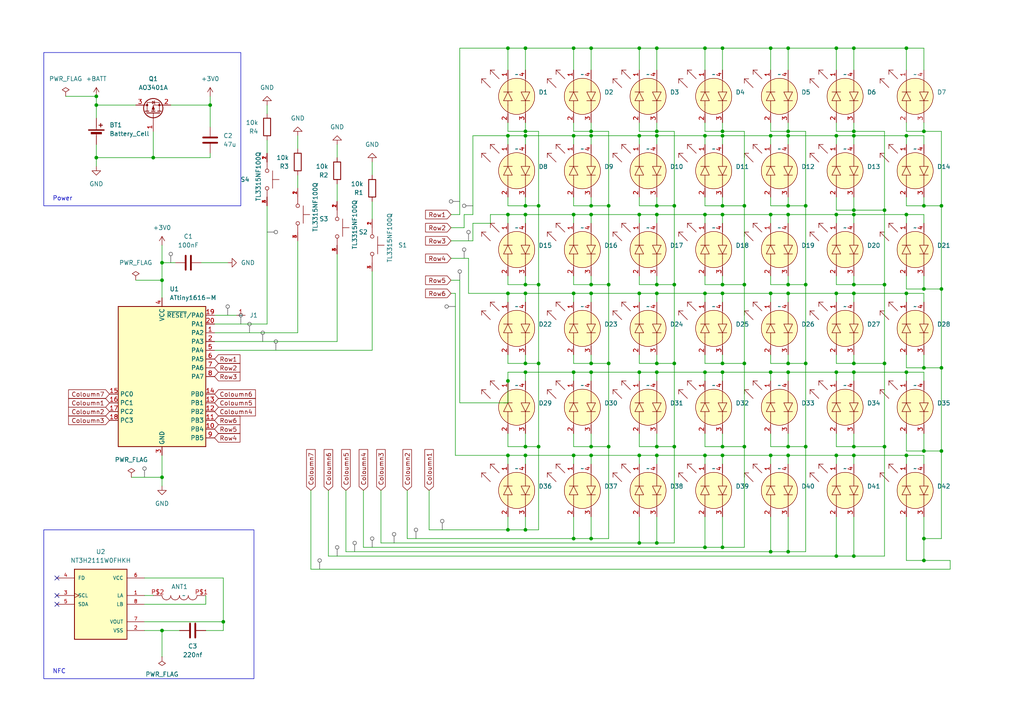
<source format=kicad_sch>
(kicad_sch (version 20230121) (generator eeschema)
  (paper "A4")
  (title_block (title "Business card") (date "2024-02-22") (rev "v1") (comment 1 "Small PCB business card game circuit"))
  (junction (at 209.55 85.09))
  (junction (at 209.55 39.37))
  (junction (at 185.42 157.48))
  (junction (at 247.65 161.29))
  (junction (at 176.53 105.41))
  (junction (at 262.89 132.08))
  (junction (at 147.32 110.49))
  (junction (at 190.5 59.69))
  (junction (at 190.5 107.95))
  (junction (at 273.05 83.82))
  (junction (at 190.5 129.54))
  (junction (at 166.37 107.95))
  (junction (at 273.05 59.69))
  (junction (at 147.32 13.97))
  (junction (at 156.21 129.54))
  (junction (at 152.4 153.67))
  (junction (at 171.45 132.08))
  (junction (at 204.47 85.09))
  (junction (at 262.89 13.97))
  (junction (at 242.57 85.09))
  (junction (at 247.65 107.95))
  (junction (at 147.32 85.09))
  (junction (at 262.89 107.95))
  (junction (at 185.42 13.97))
  (junction (at 190.5 13.97))
  (junction (at 152.4 105.41))
  (junction (at 223.52 62.23))
  (junction (at 242.57 132.08))
  (junction (at 171.45 38.1))
  (junction (at 152.4 38.1))
  (junction (at 233.68 82.55))
  (junction (at 204.47 132.08))
  (junction (at 27.94 27.94))
  (junction (at 46.99 182.88))
  (junction (at 247.65 38.1))
  (junction (at 242.57 39.37))
  (junction (at 233.68 129.54))
  (junction (at 171.45 156.21))
  (junction (at 228.6 132.08))
  (junction (at 228.6 39.37))
  (junction (at 147.32 39.37))
  (junction (at 228.6 38.1))
  (junction (at 242.57 62.23))
  (junction (at 247.65 60.96))
  (junction (at 171.45 39.37))
  (junction (at 152.4 85.09))
  (junction (at 223.52 13.97))
  (junction (at 185.42 85.09))
  (junction (at 215.9 105.41))
  (junction (at 156.21 105.41))
  (junction (at 209.55 82.55))
  (junction (at 209.55 59.69))
  (junction (at 46.99 138.43))
  (junction (at 171.45 82.55))
  (junction (at 190.5 62.23))
  (junction (at 171.45 62.23))
  (junction (at 256.54 82.55))
  (junction (at 190.5 39.37))
  (junction (at 152.4 107.95))
  (junction (at 256.54 105.41))
  (junction (at 166.37 132.08))
  (junction (at 46.99 81.28))
  (junction (at 247.65 13.97))
  (junction (at 267.97 106.68))
  (junction (at 247.65 82.55))
  (junction (at 209.55 107.95))
  (junction (at 242.57 107.95))
  (junction (at 204.47 62.23))
  (junction (at 44.45 45.72))
  (junction (at 171.45 13.97))
  (junction (at 190.5 38.1))
  (junction (at 60.96 30.48))
  (junction (at 209.55 105.41))
  (junction (at 223.52 132.08))
  (junction (at 228.6 85.09))
  (junction (at 147.32 132.08))
  (junction (at 267.97 83.82))
  (junction (at 190.5 105.41))
  (junction (at 147.32 153.67))
  (junction (at 185.42 39.37))
  (junction (at 247.65 39.37))
  (junction (at 152.4 39.37))
  (junction (at 273.05 106.68))
  (junction (at 152.4 82.55))
  (junction (at 233.68 59.69))
  (junction (at 247.65 129.54))
  (junction (at 156.21 82.55))
  (junction (at 171.45 105.41))
  (junction (at 267.97 130.81))
  (junction (at 209.55 38.1))
  (junction (at 223.52 160.02))
  (junction (at 228.6 82.55))
  (junction (at 152.4 132.08))
  (junction (at 228.6 160.02))
  (junction (at 267.97 59.69))
  (junction (at 209.55 129.54))
  (junction (at 166.37 85.09))
  (junction (at 152.4 62.23))
  (junction (at 204.47 107.95))
  (junction (at 185.42 107.95))
  (junction (at 262.89 85.09))
  (junction (at 247.65 132.08))
  (junction (at 46.99 76.2))
  (junction (at 176.53 59.69))
  (junction (at 195.58 105.41))
  (junction (at 166.37 39.37))
  (junction (at 228.6 107.95))
  (junction (at 27.94 45.72))
  (junction (at 262.89 39.37))
  (junction (at 204.47 158.75))
  (junction (at 27.94 30.48))
  (junction (at 267.97 156.21))
  (junction (at 204.47 13.97))
  (junction (at 64.77 180.34))
  (junction (at 209.55 62.23))
  (junction (at 190.5 85.09))
  (junction (at 152.4 129.54))
  (junction (at 267.97 38.1))
  (junction (at 176.53 82.55))
  (junction (at 273.05 130.81))
  (junction (at 190.5 157.48))
  (junction (at 242.57 161.29))
  (junction (at 256.54 129.54))
  (junction (at 262.89 62.23))
  (junction (at 204.47 39.37))
  (junction (at 228.6 13.97))
  (junction (at 190.5 82.55))
  (junction (at 171.45 107.95))
  (junction (at 242.57 13.97))
  (junction (at 185.42 62.23))
  (junction (at 185.42 132.08))
  (junction (at 209.55 158.75))
  (junction (at 166.37 62.23))
  (junction (at 171.45 85.09))
  (junction (at 228.6 129.54))
  (junction (at 195.58 59.69))
  (junction (at 247.65 105.41))
  (junction (at 152.4 59.69))
  (junction (at 166.37 13.97))
  (junction (at 267.97 162.56))
  (junction (at 228.6 59.69))
  (junction (at 195.58 82.55))
  (junction (at 166.37 156.21))
  (junction (at 156.21 59.69))
  (junction (at 223.52 39.37))
  (junction (at 215.9 59.69))
  (junction (at 223.52 85.09))
  (junction (at 247.65 85.09))
  (junction (at 256.54 60.96))
  (junction (at 228.6 62.23))
  (junction (at 215.9 129.54))
  (junction (at 223.52 107.95))
  (junction (at 209.55 13.97))
  (junction (at 171.45 59.69))
  (junction (at 247.65 62.23))
  (junction (at 171.45 129.54))
  (junction (at 152.4 13.97))
  (junction (at 209.55 132.08))
  (junction (at 228.6 105.41))
  (junction (at 195.58 129.54))
  (junction (at 176.53 129.54))
  (junction (at 190.5 132.08))
  (junction (at 147.32 62.23))
  (junction (at 233.68 105.41))
  (junction (at 215.9 82.55))
  (no_connect (at 16.51 175.26))
  (no_connect (at 16.51 172.72))
  (no_connect (at 16.51 167.64))
  (wire (pts (xy 273.05 156.21) (xy 267.97 156.21)))
  (wire (pts (xy 171.45 57.15) (xy 171.45 59.69)))
  (wire (pts (xy 171.45 85.09) (xy 185.42 85.09)))
  (wire (pts (xy 105.41 158.75) (xy 105.41 142.24)))
  (wire (pts (xy 59.69 172.72) (xy 59.69 175.26)))
  (wire (pts (xy 267.97 107.95) (xy 262.89 107.95)))
  (wire (pts (xy 209.55 13.97) (xy 223.52 13.97)))
  (wire (pts (xy 267.97 57.15) (xy 267.97 59.69)))
  (wire (pts (xy 107.95 78.74) (xy 107.95 101.6)))
  (wire (pts (xy 204.47 85.09) (xy 204.47 87.63)))
  (wire (pts (xy 152.4 107.95) (xy 166.37 107.95)))
  (wire (pts (xy 137.16 64.77) (xy 137.16 69.85)))
  (wire (pts (xy 262.89 62.23) (xy 247.65 62.23)))
  (wire (pts (xy 86.36 54.61) (xy 86.36 50.8)))
  (wire (pts (xy 209.55 149.86) (xy 209.55 158.75)))
  (wire (pts (xy 195.58 157.48) (xy 190.5 157.48)))
  (wire (pts (xy 60.96 30.48) (xy 60.96 36.83)))
  (wire (pts (xy 171.45 85.09) (xy 171.45 87.63)))
  (wire (pts (xy 185.42 107.95) (xy 185.42 110.49)))
  (wire (pts (xy 242.57 82.55) (xy 247.65 82.55)))
  (wire (pts (xy 171.45 13.97) (xy 171.45 20.32)))
  (wire (pts (xy 41.91 167.64) (xy 64.77 167.64)))
  (wire (pts (xy 190.5 132.08) (xy 204.47 132.08)))
  (wire (pts (xy 46.99 140.97) (xy 46.99 138.43)))
  (wire (pts (xy 275.59 162.56) (xy 267.97 162.56)))
  (wire (pts (xy 171.45 82.55) (xy 176.53 82.55)))
  (wire (pts (xy 62.23 96.52) (xy 86.36 96.52)))
  (wire (pts (xy 60.96 44.45) (xy 60.96 45.72)))
  (wire (pts (xy 242.57 132.08) (xy 242.57 134.62)))
  (wire (pts (xy 267.97 59.69) (xy 273.05 59.69)))
  (wire (pts (xy 228.6 62.23) (xy 242.57 62.23)))
  (wire (pts (xy 185.42 59.69) (xy 190.5 59.69)))
  (wire (pts (xy 171.45 59.69) (xy 176.53 59.69)))
  (wire (pts (xy 223.52 13.97) (xy 228.6 13.97)))
  (wire (pts (xy 147.32 13.97) (xy 147.32 20.32)))
  (wire (pts (xy 62.23 93.98) (xy 77.47 93.98)))
  (wire (pts (xy 204.47 62.23) (xy 209.55 62.23)))
  (wire (pts (xy 242.57 62.23) (xy 242.57 64.77)))
  (wire (pts (xy 133.35 62.23) (xy 130.81 62.23)))
  (wire (pts (xy 204.47 132.08) (xy 204.47 134.62)))
  (wire (pts (xy 176.53 129.54) (xy 176.53 156.21)))
  (wire (pts (xy 195.58 38.1) (xy 195.58 59.69)))
  (wire (pts (xy 152.4 132.08) (xy 166.37 132.08)))
  (wire (pts (xy 209.55 59.69) (xy 215.9 59.69)))
  (wire (pts (xy 209.55 35.56) (xy 209.55 38.1)))
  (wire (pts (xy 204.47 38.1) (xy 209.55 38.1)))
  (wire (pts (xy 185.42 82.55) (xy 190.5 82.55)))
  (wire (pts (xy 152.4 13.97) (xy 166.37 13.97)))
  (wire (pts (xy 262.89 35.56) (xy 262.89 38.1)))
  (wire (pts (xy 223.52 132.08) (xy 228.6 132.08)))
  (wire (pts (xy 204.47 105.41) (xy 209.55 105.41)))
  (wire (pts (xy 215.9 105.41) (xy 215.9 129.54)))
  (wire (pts (xy 223.52 59.69) (xy 228.6 59.69)))
  (wire (pts (xy 242.57 41.91) (xy 242.57 39.37)))
  (wire (pts (xy 223.52 102.87) (xy 223.52 105.41)))
  (wire (pts (xy 185.42 57.15) (xy 185.42 59.69)))
  (wire (pts (xy 58.42 76.2) (xy 66.04 76.2)))
  (wire (pts (xy 209.55 107.95) (xy 209.55 110.49)))
  (wire (pts (xy 166.37 85.09) (xy 166.37 87.63)))
  (wire (pts (xy 166.37 13.97) (xy 171.45 13.97)))
  (wire (pts (xy 242.57 107.95) (xy 242.57 110.49)))
  (wire (pts (xy 171.45 35.56) (xy 171.45 38.1)))
  (wire (pts (xy 223.52 129.54) (xy 228.6 129.54)))
  (wire (pts (xy 204.47 62.23) (xy 204.47 64.77)))
  (wire (pts (xy 152.4 82.55) (xy 156.21 82.55)))
  (wire (pts (xy 204.47 85.09) (xy 209.55 85.09)))
  (wire (pts (xy 267.97 125.73) (xy 267.97 130.81)))
  (wire (pts (xy 190.5 39.37) (xy 190.5 41.91)))
  (wire (pts (xy 86.36 69.85) (xy 86.36 96.52)))
  (wire (pts (xy 147.32 132.08) (xy 132.08 132.08)))
  (wire (pts (xy 152.4 85.09) (xy 152.4 87.63)))
  (wire (pts (xy 152.4 85.09) (xy 166.37 85.09)))
  (wire (pts (xy 209.55 85.09) (xy 209.55 87.63)))
  (wire (pts (xy 133.35 116.84) (xy 147.32 116.84)))
  (wire (pts (xy 228.6 149.86) (xy 228.6 160.02)))
  (wire (pts (xy 118.11 142.24) (xy 118.11 156.21)))
  (wire (pts (xy 166.37 13.97) (xy 166.37 20.32)))
  (wire (pts (xy 267.97 110.49) (xy 267.97 107.95)))
  (wire (pts (xy 176.53 38.1) (xy 176.53 59.69)))
  (wire (pts (xy 105.41 158.75) (xy 204.47 158.75)))
  (wire (pts (xy 223.52 62.23) (xy 223.52 64.77)))
  (wire (pts (xy 204.47 13.97) (xy 209.55 13.97)))
  (wire (pts (xy 262.89 107.95) (xy 247.65 107.95)))
  (wire (pts (xy 190.5 39.37) (xy 204.47 39.37)))
  (wire (pts (xy 233.68 105.41) (xy 233.68 129.54)))
  (wire (pts (xy 228.6 102.87) (xy 228.6 105.41)))
  (wire (pts (xy 190.5 107.95) (xy 190.5 110.49)))
  (wire (pts (xy 132.08 85.09) (xy 130.81 85.09)))
  (wire (pts (xy 166.37 132.08) (xy 166.37 134.62)))
  (wire (pts (xy 152.4 149.86) (xy 152.4 153.67)))
  (wire (pts (xy 256.54 129.54) (xy 256.54 161.29)))
  (wire (pts (xy 223.52 85.09) (xy 223.52 87.63)))
  (wire (pts (xy 242.57 35.56) (xy 242.57 38.1)))
  (wire (pts (xy 59.69 175.26) (xy 41.91 175.26)))
  (wire (pts (xy 267.97 80.01) (xy 267.97 83.82)))
  (wire (pts (xy 242.57 80.01) (xy 242.57 82.55)))
  (wire (pts (xy 242.57 39.37) (xy 247.65 39.37)))
  (wire (pts (xy 195.58 105.41) (xy 195.58 129.54)))
  (wire (pts (xy 209.55 62.23) (xy 209.55 64.77)))
  (wire (pts (xy 152.4 102.87) (xy 152.4 105.41)))
  (wire (pts (xy 228.6 107.95) (xy 228.6 110.49)))
  (wire (pts (xy 209.55 129.54) (xy 215.9 129.54)))
  (wire (pts (xy 267.97 134.62) (xy 267.97 132.08)))
  (wire (pts (xy 247.65 62.23) (xy 247.65 64.77)))
  (wire (pts (xy 185.42 132.08) (xy 190.5 132.08)))
  (wire (pts (xy 185.42 62.23) (xy 185.42 64.77)))
  (wire (pts (xy 215.9 59.69) (xy 215.9 82.55)))
  (wire (pts (xy 156.21 105.41) (xy 156.21 129.54)))
  (wire (pts (xy 267.97 13.97) (xy 262.89 13.97)))
  (wire (pts (xy 262.89 87.63) (xy 262.89 85.09)))
  (wire (pts (xy 242.57 85.09) (xy 242.57 87.63)))
  (wire (pts (xy 228.6 85.09) (xy 242.57 85.09)))
  (wire (pts (xy 147.32 80.01) (xy 147.32 82.55)))
  (wire (pts (xy 142.24 62.23) (xy 147.32 62.23)))
  (wire (pts (xy 247.65 102.87) (xy 247.65 105.41)))
  (wire (pts (xy 147.32 35.56) (xy 147.32 38.1)))
  (wire (pts (xy 215.9 158.75) (xy 209.55 158.75)))
  (wire (pts (xy 273.05 83.82) (xy 273.05 106.68)))
  (wire (pts (xy 185.42 85.09) (xy 190.5 85.09)))
  (wire (pts (xy 262.89 162.56) (xy 262.89 149.86)))
  (wire (pts (xy 166.37 129.54) (xy 171.45 129.54)))
  (wire (pts (xy 209.55 38.1) (xy 215.9 38.1)))
  (wire (pts (xy 46.99 71.12) (xy 46.99 76.2)))
  (wire (pts (xy 190.5 35.56) (xy 190.5 38.1)))
  (wire (pts (xy 228.6 132.08) (xy 228.6 134.62)))
  (wire (pts (xy 247.65 35.56) (xy 247.65 38.1)))
  (wire (pts (xy 190.5 82.55) (xy 195.58 82.55)))
  (wire (pts (xy 185.42 38.1) (xy 190.5 38.1)))
  (wire (pts (xy 247.65 80.01) (xy 247.65 82.55)))
  (wire (pts (xy 97.79 73.66) (xy 97.79 99.06)))
  (wire (pts (xy 242.57 13.97) (xy 242.57 20.32)))
  (wire (pts (xy 223.52 82.55) (xy 228.6 82.55)))
  (wire (pts (xy 223.52 38.1) (xy 228.6 38.1)))
  (wire (pts (xy 262.89 59.69) (xy 267.97 59.69)))
  (wire (pts (xy 247.65 60.96) (xy 256.54 60.96)))
  (wire (pts (xy 134.62 62.23) (xy 137.16 62.23)))
  (wire (pts (xy 147.32 116.84) (xy 147.32 110.49)))
  (wire (pts (xy 228.6 82.55) (xy 233.68 82.55)))
  (wire (pts (xy 185.42 149.86) (xy 185.42 157.48)))
  (wire (pts (xy 152.4 64.77) (xy 152.4 62.23)))
  (wire (pts (xy 166.37 85.09) (xy 171.45 85.09)))
  (wire (pts (xy 204.47 129.54) (xy 209.55 129.54)))
  (wire (pts (xy 166.37 149.86) (xy 166.37 156.21)))
  (wire (pts (xy 27.94 30.48) (xy 39.37 30.48)))
  (wire (pts (xy 190.5 102.87) (xy 190.5 105.41)))
  (wire (pts (xy 267.97 149.86) (xy 267.97 156.21)))
  (wire (pts (xy 190.5 13.97) (xy 190.5 20.32)))
  (wire (pts (xy 156.21 59.69) (xy 156.21 82.55)))
  (wire (pts (xy 273.05 38.1) (xy 273.05 59.69)))
  (wire (pts (xy 262.89 106.68) (xy 267.97 106.68)))
  (wire (pts (xy 19.05 27.94) (xy 27.94 27.94)))
  (wire (pts (xy 185.42 39.37) (xy 185.42 41.91)))
  (wire (pts (xy 228.6 129.54) (xy 233.68 129.54)))
  (wire (pts (xy 195.58 82.55) (xy 195.58 105.41)))
  (wire (pts (xy 130.81 81.28) (xy 133.35 81.28)))
  (wire (pts (xy 44.45 38.1) (xy 44.45 45.72)))
  (wire (pts (xy 247.65 132.08) (xy 247.65 134.62)))
  (wire (pts (xy 228.6 160.02) (xy 223.52 160.02)))
  (wire (pts (xy 267.97 87.63) (xy 267.97 85.09)))
  (wire (pts (xy 242.57 102.87) (xy 242.57 105.41)))
  (wire (pts (xy 152.4 57.15) (xy 152.4 59.69)))
  (wire (pts (xy 190.5 125.73) (xy 190.5 129.54)))
  (wire (pts (xy 262.89 83.82) (xy 267.97 83.82)))
  (wire (pts (xy 171.45 62.23) (xy 171.45 64.77)))
  (wire (pts (xy 147.32 129.54) (xy 152.4 129.54)))
  (wire (pts (xy 242.57 125.73) (xy 242.57 129.54)))
  (wire (pts (xy 147.32 105.41) (xy 152.4 105.41)))
  (wire (pts (xy 190.5 85.09) (xy 190.5 87.63)))
  (wire (pts (xy 209.55 82.55) (xy 215.9 82.55)))
  (wire (pts (xy 262.89 80.01) (xy 262.89 83.82)))
  (wire (pts (xy 171.45 132.08) (xy 185.42 132.08)))
  (wire (pts (xy 118.11 156.21) (xy 166.37 156.21)))
  (wire (pts (xy 204.47 107.95) (xy 204.47 110.49)))
  (wire (pts (xy 247.65 105.41) (xy 256.54 105.41)))
  (wire (pts (xy 156.21 129.54) (xy 156.21 153.67)))
  (wire (pts (xy 41.91 182.88) (xy 46.99 182.88)))
  (wire (pts (xy 64.77 182.88) (xy 64.77 180.34)))
  (wire (pts (xy 95.25 161.29) (xy 242.57 161.29)))
  (wire (pts (xy 166.37 132.08) (xy 171.45 132.08)))
  (wire (pts (xy 147.32 107.95) (xy 152.4 107.95)))
  (wire (pts (xy 27.94 30.48) (xy 27.94 34.29)))
  (wire (pts (xy 223.52 80.01) (xy 223.52 82.55)))
  (wire (pts (xy 156.21 153.67) (xy 152.4 153.67)))
  (wire (pts (xy 147.32 39.37) (xy 147.32 41.91)))
  (wire (pts (xy 135.89 74.93) (xy 135.89 85.09)))
  (wire (pts (xy 204.47 132.08) (xy 209.55 132.08)))
  (wire (pts (xy 262.89 130.81) (xy 267.97 130.81)))
  (wire (pts (xy 134.62 62.23) (xy 134.62 66.04)))
  (wire (pts (xy 247.65 125.73) (xy 247.65 129.54)))
  (wire (pts (xy 171.45 62.23) (xy 185.42 62.23)))
  (wire (pts (xy 147.32 62.23) (xy 152.4 62.23)))
  (wire (pts (xy 133.35 13.97) (xy 147.32 13.97)))
  (wire (pts (xy 228.6 38.1) (xy 233.68 38.1)))
  (wire (pts (xy 135.89 85.09) (xy 147.32 85.09)))
  (wire (pts (xy 204.47 35.56) (xy 204.47 38.1)))
  (wire (pts (xy 97.79 45.72) (xy 97.79 41.91)))
  (wire (pts (xy 247.65 149.86) (xy 247.65 161.29)))
  (wire (pts (xy 204.47 13.97) (xy 204.47 20.32)))
  (wire (pts (xy 62.23 91.44) (xy 68.58 91.44)))
  (wire (pts (xy 190.5 38.1) (xy 195.58 38.1)))
  (wire (pts (xy 171.45 39.37) (xy 171.45 41.91)))
  (wire (pts (xy 64.77 182.88) (xy 59.69 182.88)))
  (wire (pts (xy 242.57 149.86) (xy 242.57 161.29)))
  (wire (pts (xy 39.37 81.28) (xy 46.99 81.28)))
  (wire (pts (xy 247.65 20.32) (xy 247.65 13.97)))
  (wire (pts (xy 267.97 156.21) (xy 267.97 162.56)))
  (wire (pts (xy 147.32 38.1) (xy 152.4 38.1)))
  (wire (pts (xy 62.23 101.6) (xy 107.95 101.6)))
  (wire (pts (xy 233.68 59.69) (xy 233.68 82.55)))
  (wire (pts (xy 166.37 102.87) (xy 166.37 105.41)))
  (wire (pts (xy 228.6 57.15) (xy 228.6 59.69)))
  (wire (pts (xy 135.89 74.93) (xy 130.81 74.93)))
  (wire (pts (xy 166.37 57.15) (xy 166.37 59.69)))
  (wire (pts (xy 147.32 102.87) (xy 147.32 105.41)))
  (wire (pts (xy 46.99 182.88) (xy 52.07 182.88)))
  (wire (pts (xy 171.45 125.73) (xy 171.45 129.54)))
  (wire (pts (xy 166.37 62.23) (xy 171.45 62.23)))
  (wire (pts (xy 233.68 160.02) (xy 228.6 160.02)))
  (wire (pts (xy 142.24 64.77) (xy 142.24 62.23)))
  (wire (pts (xy 152.4 105.41) (xy 156.21 105.41)))
  (wire (pts (xy 262.89 38.1) (xy 267.97 38.1)))
  (wire (pts (xy 215.9 38.1) (xy 215.9 59.69)))
  (wire (pts (xy 262.89 110.49) (xy 262.89 107.95)))
  (wire (pts (xy 262.89 132.08) (xy 247.65 132.08)))
  (wire (pts (xy 209.55 85.09) (xy 223.52 85.09)))
  (wire (pts (xy 166.37 105.41) (xy 171.45 105.41)))
  (wire (pts (xy 152.4 13.97) (xy 152.4 20.32)))
  (wire (pts (xy 147.32 107.95) (xy 147.32 110.49)))
  (wire (pts (xy 166.37 38.1) (xy 171.45 38.1)))
  (wire (pts (xy 133.35 81.28) (xy 133.35 116.84)))
  (wire (pts (xy 60.96 45.72) (xy 44.45 45.72)))
  (wire (pts (xy 110.49 157.48) (xy 185.42 157.48)))
  (wire (pts (xy 247.65 161.29) (xy 242.57 161.29)))
  (wire (pts (xy 262.89 39.37) (xy 247.65 39.37)))
  (wire (pts (xy 50.8 76.2) (xy 46.99 76.2)))
  (wire (pts (xy 215.9 129.54) (xy 215.9 158.75)))
  (wire (pts (xy 273.05 130.81) (xy 273.05 156.21)))
  (wire (pts (xy 100.33 160.02) (xy 223.52 160.02)))
  (wire (pts (xy 242.57 60.96) (xy 247.65 60.96)))
  (wire (pts (xy 190.5 132.08) (xy 190.5 134.62)))
  (wire (pts (xy 209.55 158.75) (xy 204.47 158.75)))
  (wire (pts (xy 171.45 107.95) (xy 185.42 107.95)))
  (wire (pts (xy 223.52 13.97) (xy 223.52 20.32)))
  (wire (pts (xy 209.55 39.37) (xy 209.55 41.91)))
  (wire (pts (xy 166.37 39.37) (xy 171.45 39.37)))
  (wire (pts (xy 228.6 13.97) (xy 228.6 20.32)))
  (wire (pts (xy 190.5 149.86) (xy 190.5 157.48)))
  (wire (pts (xy 147.32 132.08) (xy 152.4 132.08)))
  (wire (pts (xy 223.52 39.37) (xy 223.52 41.91)))
  (wire (pts (xy 204.47 82.55) (xy 209.55 82.55)))
  (wire (pts (xy 228.6 80.01) (xy 228.6 82.55)))
  (wire (pts (xy 190.5 62.23) (xy 190.5 64.77)))
  (wire (pts (xy 256.54 60.96) (xy 256.54 82.55)))
  (wire (pts (xy 233.68 38.1) (xy 233.68 59.69)))
  (wire (pts (xy 152.4 35.56) (xy 152.4 38.1)))
  (wire (pts (xy 223.52 149.86) (xy 223.52 160.02)))
  (wire (pts (xy 223.52 39.37) (xy 228.6 39.37)))
  (wire (pts (xy 267.97 62.23) (xy 262.89 62.23)))
  (wire (pts (xy 256.54 105.41) (xy 256.54 129.54)))
  (wire (pts (xy 49.53 30.48) (xy 60.96 30.48)))
  (wire (pts (xy 133.35 13.97) (xy 133.35 62.23)))
  (wire (pts (xy 273.05 59.69) (xy 273.05 83.82)))
  (wire (pts (xy 190.5 62.23) (xy 204.47 62.23)))
  (wire (pts (xy 77.47 33.02) (xy 77.47 30.48)))
  (wire (pts (xy 90.17 165.1) (xy 90.17 142.24)))
  (wire (pts (xy 209.55 80.01) (xy 209.55 82.55)))
  (wire (pts (xy 147.32 153.67) (xy 124.46 153.67)))
  (wire (pts (xy 223.52 107.95) (xy 223.52 110.49)))
  (wire (pts (xy 171.45 149.86) (xy 171.45 156.21)))
  (wire (pts (xy 44.45 45.72) (xy 27.94 45.72)))
  (wire (pts (xy 209.55 132.08) (xy 209.55 134.62)))
  (wire (pts (xy 209.55 105.41) (xy 215.9 105.41)))
  (wire (pts (xy 171.45 39.37) (xy 185.42 39.37)))
  (wire (pts (xy 41.91 172.72) (xy 44.45 172.72)))
  (wire (pts (xy 247.65 13.97) (xy 242.57 13.97)))
  (wire (pts (xy 262.89 102.87) (xy 262.89 106.68)))
  (wire (pts (xy 46.99 76.2) (xy 46.99 81.28)))
  (wire (pts (xy 242.57 107.95) (xy 247.65 107.95)))
  (wire (pts (xy 204.47 102.87) (xy 204.47 105.41)))
  (wire (pts (xy 228.6 125.73) (xy 228.6 129.54)))
  (wire (pts (xy 41.91 180.34) (xy 64.77 180.34)))
  (wire (pts (xy 204.47 39.37) (xy 204.47 41.91)))
  (wire (pts (xy 185.42 132.08) (xy 185.42 134.62)))
  (wire (pts (xy 262.89 64.77) (xy 262.89 62.23)))
  (wire (pts (xy 171.45 107.95) (xy 171.45 110.49)))
  (wire (pts (xy 242.57 129.54) (xy 247.65 129.54)))
  (wire (pts (xy 247.65 85.09) (xy 247.65 87.63)))
  (wire (pts (xy 204.47 149.86) (xy 204.47 158.75)))
  (wire (pts (xy 262.89 125.73) (xy 262.89 130.81)))
  (wire (pts (xy 27.94 45.72) (xy 27.94 48.26)))
  (wire (pts (xy 152.4 129.54) (xy 156.21 129.54)))
  (wire (pts (xy 171.45 105.41) (xy 176.53 105.41)))
  (wire (pts (xy 195.58 59.69) (xy 195.58 82.55)))
  (wire (pts (xy 166.37 125.73) (xy 166.37 129.54)))
  (wire (pts (xy 267.97 64.77) (xy 267.97 62.23)))
  (wire (pts (xy 247.65 39.37) (xy 247.65 41.91)))
  (wire (pts (xy 209.55 107.95) (xy 223.52 107.95)))
  (wire (pts (xy 204.47 125.73) (xy 204.47 129.54)))
  (wire (pts (xy 185.42 107.95) (xy 190.5 107.95)))
  (wire (pts (xy 190.5 13.97) (xy 204.47 13.97)))
  (wire (pts (xy 147.32 13.97) (xy 152.4 13.97)))
  (wire (pts (xy 86.36 43.18) (xy 86.36 39.37)))
  (wire (pts (xy 152.4 38.1) (xy 156.21 38.1)))
  (wire (pts (xy 223.52 125.73) (xy 223.52 129.54)))
  (wire (pts (xy 223.52 85.09) (xy 228.6 85.09)))
  (wire (pts (xy 267.97 130.81) (xy 273.05 130.81)))
  (wire (pts (xy 242.57 57.15) (xy 242.57 60.96)))
  (wire (pts (xy 166.37 62.23) (xy 166.37 64.77)))
  (wire (pts (xy 95.25 161.29) (xy 95.25 142.24)))
  (wire (pts (xy 247.65 129.54) (xy 256.54 129.54)))
  (wire (pts (xy 90.17 165.1) (xy 275.59 165.1)))
  (wire (pts (xy 147.32 85.09) (xy 152.4 85.09)))
  (wire (pts (xy 256.54 161.29) (xy 247.65 161.29)))
  (wire (pts (xy 209.55 39.37) (xy 223.52 39.37)))
  (wire (pts (xy 242.57 38.1) (xy 247.65 38.1)))
  (wire (pts (xy 152.4 125.73) (xy 152.4 129.54)))
  (wire (pts (xy 262.89 41.91) (xy 262.89 39.37)))
  (wire (pts (xy 209.55 57.15) (xy 209.55 59.69)))
  (wire (pts (xy 46.99 182.88) (xy 46.99 190.5)))
  (wire (pts (xy 242.57 105.41) (xy 247.65 105.41)))
  (wire (pts (xy 190.5 80.01) (xy 190.5 82.55)))
  (wire (pts (xy 152.4 153.67) (xy 147.32 153.67)))
  (wire (pts (xy 204.47 39.37) (xy 209.55 39.37)))
  (wire (pts (xy 176.53 59.69) (xy 176.53 82.55)))
  (wire (pts (xy 166.37 107.95) (xy 171.45 107.95)))
  (wire (pts (xy 46.99 81.28) (xy 46.99 86.36)))
  (wire (pts (xy 132.08 132.08) (xy 132.08 85.09)))
  (wire (pts (xy 267.97 39.37) (xy 262.89 39.37)))
  (wire (pts (xy 267.97 102.87) (xy 267.97 106.68)))
  (wire (pts (xy 190.5 105.41) (xy 195.58 105.41)))
  (wire (pts (xy 147.32 62.23) (xy 147.32 64.77)))
  (wire (pts (xy 190.5 85.09) (xy 204.47 85.09)))
  (wire (pts (xy 171.45 102.87) (xy 171.45 105.41)))
  (wire (pts (xy 60.96 27.94) (xy 60.96 30.48)))
  (wire (pts (xy 262.89 85.09) (xy 247.65 85.09)))
  (wire (pts (xy 267.97 38.1) (xy 273.05 38.1)))
  (wire (pts (xy 185.42 39.37) (xy 190.5 39.37)))
  (wire (pts (xy 152.4 39.37) (xy 152.4 41.91)))
  (wire (pts (xy 228.6 85.09) (xy 228.6 87.63)))
  (wire (pts (xy 137.16 62.23) (xy 137.16 39.37)))
  (wire (pts (xy 247.65 82.55) (xy 256.54 82.55)))
  (wire (pts (xy 242.57 132.08) (xy 247.65 132.08)))
  (wire (pts (xy 147.32 39.37) (xy 152.4 39.37)))
  (wire (pts (xy 134.62 66.04) (xy 130.81 66.04)))
  (wire (pts (xy 156.21 82.55) (xy 156.21 105.41)))
  (wire (pts (xy 204.47 57.15) (xy 204.47 59.69)))
  (wire (pts (xy 171.45 80.01) (xy 171.45 82.55)))
  (wire (pts (xy 185.42 125.73) (xy 185.42 129.54)))
  (wire (pts (xy 166.37 39.37) (xy 166.37 41.91)))
  (wire (pts (xy 204.47 107.95) (xy 209.55 107.95)))
  (wire (pts (xy 185.42 13.97) (xy 185.42 20.32)))
  (wire (pts (xy 190.5 107.95) (xy 204.47 107.95)))
  (wire (pts (xy 110.49 157.48) (xy 110.49 142.24)))
  (wire (pts (xy 267.97 83.82) (xy 273.05 83.82)))
  (wire (pts (xy 228.6 62.23) (xy 228.6 64.77)))
  (wire (pts (xy 152.4 62.23) (xy 166.37 62.23)))
  (wire (pts (xy 228.6 39.37) (xy 242.57 39.37)))
  (wire (pts (xy 228.6 35.56) (xy 228.6 38.1)))
  (wire (pts (xy 171.45 129.54) (xy 176.53 129.54)))
  (wire (pts (xy 77.47 44.45) (xy 77.47 40.64)))
  (wire (pts (xy 195.58 129.54) (xy 195.58 157.48)))
  (wire (pts (xy 267.97 132.08) (xy 262.89 132.08)))
  (wire (pts (xy 166.37 107.95) (xy 166.37 110.49)))
  (wire (pts (xy 185.42 105.41) (xy 190.5 105.41)))
  (wire (pts (xy 228.6 105.41) (xy 233.68 105.41)))
  (wire (pts (xy 147.32 59.69) (xy 152.4 59.69)))
  (wire (pts (xy 166.37 80.01) (xy 166.37 82.55)))
  (wire (pts (xy 247.65 107.95) (xy 247.65 110.49)))
  (wire (pts (xy 267.97 20.32) (xy 267.97 13.97)))
  (wire (pts (xy 233.68 129.54) (xy 233.68 160.02)))
  (wire (pts (xy 137.16 64.77) (xy 142.24 64.77)))
  (wire (pts (xy 147.32 149.86) (xy 147.32 153.67)))
  (wire (pts (xy 171.45 13.97) (xy 185.42 13.97)))
  (wire (pts (xy 185.42 35.56) (xy 185.42 38.1)))
  (wire (pts (xy 147.32 85.09) (xy 147.32 87.63)))
  (wire (pts (xy 233.68 82.55) (xy 233.68 105.41)))
  (wire (pts (xy 228.6 132.08) (xy 242.57 132.08)))
  (wire (pts (xy 190.5 59.69) (xy 195.58 59.69)))
  (wire (pts (xy 262.89 20.32) (xy 262.89 13.97)))
  (wire (pts (xy 209.55 20.32) (xy 209.55 13.97)))
  (wire (pts (xy 223.52 107.95) (xy 228.6 107.95)))
  (wire (pts (xy 256.54 82.55) (xy 256.54 105.41)))
  (wire (pts (xy 209.55 62.23) (xy 223.52 62.23)))
  (wire (pts (xy 152.4 132.08) (xy 152.4 134.62)))
  (wire (pts (xy 190.5 129.54) (xy 195.58 129.54)))
  (wire (pts (xy 242.57 62.23) (xy 247.65 62.23)))
  (wire (pts (xy 267.97 41.91) (xy 267.97 39.37)))
  (wire (pts (xy 223.52 35.56) (xy 223.52 38.1)))
  (wire (pts (xy 228.6 39.37) (xy 228.6 41.91)))
  (wire (pts (xy 228.6 59.69) (xy 233.68 59.69)))
  (wire (pts (xy 223.52 62.23) (xy 228.6 62.23)))
  (wire (pts (xy 262.89 57.15) (xy 262.89 59.69)))
  (wire (pts (xy 176.53 82.55) (xy 176.53 105.41)))
  (wire (pts (xy 147.32 82.55) (xy 152.4 82.55)))
  (wire (pts (xy 38.1 138.43) (xy 46.99 138.43)))
  (wire (pts (xy 256.54 38.1) (xy 256.54 60.96)))
  (wire (pts (xy 247.65 38.1) (xy 256.54 38.1)))
  (wire (pts (xy 147.32 132.08) (xy 147.32 134.62)))
  (wire (pts (xy 152.4 107.95) (xy 152.4 110.49)))
  (wire (pts (xy 247.65 57.15) (xy 247.65 60.96)))
  (wire (pts (xy 100.33 160.02) (xy 100.33 142.24)))
  (wire (pts (xy 171.45 156.21) (xy 166.37 156.21)))
  (wire (pts (xy 267.97 106.68) (xy 273.05 106.68)))
  (wire (pts (xy 190.5 157.48) (xy 185.42 157.48)))
  (wire (pts (xy 215.9 82.55) (xy 215.9 105.41)))
  (wire (pts (xy 166.37 59.69) (xy 171.45 59.69)))
  (wire (pts (xy 147.32 57.15) (xy 147.32 59.69)))
  (wire (pts (xy 107.95 50.8) (xy 107.95 46.99)))
  (wire (pts (xy 190.5 57.15) (xy 190.5 59.69)))
  (wire (pts (xy 137.16 39.37) (xy 147.32 39.37)))
  (wire (pts (xy 204.47 80.01) (xy 204.47 82.55)))
  (wire (pts (xy 107.95 63.5) (xy 107.95 58.42)))
  (wire (pts (xy 176.53 105.41) (xy 176.53 129.54)))
  (wire (pts (xy 262.89 162.56) (xy 267.97 162.56)))
  (wire (pts (xy 152.4 39.37) (xy 166.37 39.37)))
  (wire (pts (xy 171.45 38.1) (xy 176.53 38.1)))
  (wire (pts (xy 166.37 35.56) (xy 166.37 38.1)))
  (wire (pts (xy 137.16 69.85) (xy 130.81 69.85)))
  (wire (pts (xy 152.4 80.01) (xy 152.4 82.55)))
  (wire (pts (xy 77.47 59.69) (xy 77.47 93.98)))
  (wire (pts (xy 64.77 167.64) (xy 64.77 180.34)))
  (wire (pts (xy 185.42 129.54) (xy 190.5 129.54)))
  (wire (pts (xy 176.53 156.21) (xy 171.45 156.21)))
  (wire (pts (xy 171.45 132.08) (xy 171.45 134.62)))
  (wire (pts (xy 209.55 125.73) (xy 209.55 129.54)))
  (wire (pts (xy 275.59 162.56) (xy 275.59 165.1)))
  (wire (pts (xy 262.89 13.97) (xy 247.65 13.97)))
  (wire (pts (xy 223.52 132.08) (xy 223.52 134.62)))
  (wire (pts (xy 242.57 85.09) (xy 247.65 85.09)))
  (wire (pts (xy 185.42 13.97) (xy 190.5 13.97)))
  (wire (pts (xy 185.42 80.01) (xy 185.42 82.55)))
  (wire (pts (xy 273.05 106.68) (xy 273.05 130.81)))
  (wire (pts (xy 228.6 13.97) (xy 242.57 13.97)))
  (wire (pts (xy 152.4 59.69) (xy 156.21 59.69)))
  (wire (pts (xy 97.79 58.42) (xy 97.79 53.34)))
  (wire (pts (xy 223.52 105.41) (xy 228.6 105.41)))
  (wire (pts (xy 267.97 35.56) (xy 267.97 38.1)))
  (wire (pts (xy 27.94 27.94) (xy 27.94 30.48)))
  (wire (pts (xy 124.46 142.24) (xy 124.46 153.67)))
  (wire (pts (xy 27.94 41.91) (xy 27.94 45.72)))
  (wire (pts (xy 262.89 134.62) (xy 262.89 132.08)))
  (wire (pts (xy 147.32 125.73) (xy 147.32 129.54)))
  (wire (pts (xy 223.52 57.15) (xy 223.52 59.69)))
  (wire (pts (xy 228.6 107.95) (xy 242.57 107.95)))
  (wire (pts (xy 185.42 62.23) (xy 190.5 62.23)))
  (wire (pts (xy 156.21 38.1) (xy 156.21 59.69)))
  (wire (pts (xy 185.42 85.09) (xy 185.42 87.63)))
  (wire (pts (xy 166.37 82.55) (xy 171.45 82.55)))
  (wire (pts (xy 62.23 99.06) (xy 97.79 99.06)))
  (wire (pts (xy 209.55 132.08) (xy 223.52 132.08)))
  (wire (pts (xy 267.97 85.09) (xy 262.89 85.09)))
  (wire (pts (xy 46.99 138.43) (xy 46.99 132.08)))
  (wire (pts (xy 185.42 102.87) (xy 185.42 105.41)))
  (wire (pts (xy 204.47 59.69) (xy 209.55 59.69)))
  (wire (pts (xy 209.55 102.87) (xy 209.55 105.41)))
  (rectangle (start 12.7 153.67) (end 73.66 196.85))
  (rectangle (start 12.7 15.24) (end 69.85 59.69))
  (text "Power" (at 15.24 58.42 0) (effects (font (size 1.27 1.27)) (justify left bottom)))
  (text "NFC" (at 15.24 195.58 0) (effects (font (size 1.27 1.27)) (justify left bottom)))
  (global_label "Row1" (shape input) (at 130.81 62.23 180) (property "Intersheetrefs" "${INTERSHEET_REFS}" (effects hide)))
  (global_label "Row3" (shape input) (at 62.23 109.22 0) (property "Intersheetrefs" "${INTERSHEET_REFS}" (effects hide)))
  (global_label "Coloumn4" (shape input) (at 62.23 119.38 0) (property "Intersheetrefs" "${INTERSHEET_REFS}" (effects hide)))
  (global_label "Row3" (shape input) (at 130.81 69.85 180) (property "Intersheetrefs" "${INTERSHEET_REFS}" (effects hide)))
  (global_label "Coloumn7" (shape input) (at 31.75 114.3 180) (property "Intersheetrefs" "${INTERSHEET_REFS}" (effects hide)))
  (global_label "Coloumn1" (shape input) (at 124.46 142.24 90) (property "Intersheetrefs" "${INTERSHEET_REFS}" (effects hide)))
  (global_label "Coloumn2" (shape input) (at 118.11 142.24 90) (property "Intersheetrefs" "${INTERSHEET_REFS}" (effects hide)))
  (global_label "Row4" (shape input) (at 130.81 74.93 180) (property "Intersheetrefs" "${INTERSHEET_REFS}" (effects hide)))
  (global_label "Row5" (shape input) (at 130.81 81.28 180) (property "Intersheetrefs" "${INTERSHEET_REFS}" (effects hide)))
  (global_label "Coloumn7" (shape input) (at 90.17 142.24 90) (property "Intersheetrefs" "${INTERSHEET_REFS}" (effects hide)))
  (global_label "Coloumn1" (shape input) (at 31.75 116.84 180) (property "Intersheetrefs" "${INTERSHEET_REFS}" (effects hide)))
  (global_label "Coloumn5" (shape input) (at 100.33 142.24 90) (property "Intersheetrefs" "${INTERSHEET_REFS}" (effects hide)))
  (global_label "Coloumn2" (shape input) (at 31.75 119.38 180) (property "Intersheetrefs" "${INTERSHEET_REFS}" (effects hide)))
  (global_label "Coloumn4" (shape input) (at 105.41 142.24 90) (property "Intersheetrefs" "${INTERSHEET_REFS}" (effects hide)))
  (global_label "Row5" (shape input) (at 62.23 124.46 0) (property "Intersheetrefs" "${INTERSHEET_REFS}" (effects hide)))
  (global_label "Row1" (shape input) (at 62.23 104.14 0) (property "Intersheetrefs" "${INTERSHEET_REFS}" (effects hide)))
  (global_label "Coloumn3" (shape input) (at 110.49 142.24 90) (property "Intersheetrefs" "${INTERSHEET_REFS}" (effects hide)))
  (global_label "Coloumn6" (shape input) (at 62.23 114.3 0) (property "Intersheetrefs" "${INTERSHEET_REFS}" (effects hide)))
  (global_label "Coloumn5" (shape input) (at 62.23 116.84 0) (property "Intersheetrefs" "${INTERSHEET_REFS}" (effects hide)))
  (global_label "Row2" (shape input) (at 62.23 106.68 0) (property "Intersheetrefs" "${INTERSHEET_REFS}" (effects hide)))
  (global_label "Row6" (shape input) (at 62.23 121.92 0) (property "Intersheetrefs" "${INTERSHEET_REFS}" (effects hide)))
  (global_label "Row2" (shape input) (at 130.81 66.04 180) (property "Intersheetrefs" "${INTERSHEET_REFS}" (effects hide)))
  (global_label "Row6" (shape input) (at 130.81 85.09 180) (property "Intersheetrefs" "${INTERSHEET_REFS}" (effects hide)))
  (global_label "Coloumn6" (shape input) (at 95.25 142.24 90) (property "Intersheetrefs" "${INTERSHEET_REFS}" (effects hide)))
  (global_label "Coloumn3" (shape input) (at 31.75 121.92 180) (property "Intersheetrefs" "${INTERSHEET_REFS}" (effects hide)))
  (global_label "Row4" (shape input) (at 62.23 127 0) (property "Intersheetrefs" "${INTERSHEET_REFS}" (effects hide)))
  (netclass_flag "" (length 2.54) (shape round) (at 92.71 165.1 0) (property "Netclass" "ATtiny1616" (effects hide)))
  (netclass_flag "" (length 2.54) (shape round) (at 72.3684 96.52 0) (property "Netclass" "ATtiny1616" (effects hide)))
  (netclass_flag "" (length 2.54) (shape round) (at 49.53 76.2 0) (property "Netclass" "ATtiny1616" (effects hide)))
  (netclass_flag "" (length 2.54) (shape round) (at 134.62 74.93 0) (property "Netclass" "ATtiny1616" (effects hide)))
  (netclass_flag "" (length 2.54) (shape round) (at 102.87 160.02 0) (property "Netclass" "ATtiny1616" (effects hide)))
  (netclass_flag "" (length 2.54) (shape round) (at 137.16 59.69 90) (property "Netclass" "ATtiny1616" (effects hide)))
  (netclass_flag "" (length 2.54) (shape round) (at 77.47 67.31 270) (property "Netclass" "ATtiny1616" (effects hide)))
  (netclass_flag "" (length 2.54) (shape round) (at 120.65 156.21 0) (property "Netclass" "ATtiny1616" (effects hide)))
  (netclass_flag "" (length 2.54) (shape round) (at 128.27 153.67 0) (property "Netclass" "ATtiny1616" (effects hide)))
  (netclass_flag "" (length 2.54) (shape round) (at 132.08 88.9 90) (property "Netclass" "ATtiny1616" (effects hide)))
  (netclass_flag "" (length 2.54) (shape round) (at 133.35 81.28 0) (property "Netclass" "ATtiny1616" (effects hide)))
  (netclass_flag "" (length 2.54) (shape round) (at 107.95 158.75 0) (property "Netclass" "ATtiny1616" (effects hide)))
  (netclass_flag "" (length 2.54) (shape round) (at 114.3 157.48 0) (property "Netclass" "ATtiny1616" (effects hide)))
  (netclass_flag "" (length 2.54) (shape round) (at 135.89 69.85 0) (property "Netclass" "ATtiny1616" (effects hide)))
  (netclass_flag "" (length 2.54) (shape round) (at 133.35 58.42 90) (property "Netclass" "ATtiny1616" (effects hide)))
  (netclass_flag "" (length 2.54) (shape round) (at 76.2 99.06 0) (property "Netclass" "ATtiny1616" (effects hide)))
  (netclass_flag "" (length 2.54) (shape round) (at 41.91 138.43 0) (property "Netclass" "ATtiny1616" (effects hide)))
  (netclass_flag "" (length 2.54) (shape round) (at 97.79 161.29 0) (property "Netclass" "ATtiny1616" (effects hide)))
  (netclass_flag "" (length 2.54) (shape round) (at 69.85 93.98 0) (property "Netclass" "ATtiny1616" (effects hide)))
  (netclass_flag "" (length 2.54) (shape round) (at 80.01 101.6 0) (property "Netclass" "ATtiny1616" (effects hide)))
  (netclass_flag "" (length 2.54) (shape round) (at 66.04 91.44 0) (property "Netclass" "ATtiny1616" (effects hide)))
  (symbol (lib_id "power:GND") (at 66.04 76.2 90) (unit 1)
    (property "Reference" "#PWR04" (effects hide))
    (property "Value" "GND" (at 69.85 76.2 90) (effects (justify right)))
  )
  (symbol (lib_id "LED_Xinglight:XL-1615SURSYGC") (at 245.11 49.53 0) (unit 1)
    (property "Reference" "D13" (at 251.46 48.3381 0) (effects (justify left)))
    (property "Value" "~" (at 245.11 43.18 0))
    (property "Footprint" "Library:XL-1615SURSYGC_LED" (effects hide))
    (property "Datasheet" "https://jlcpcb.com/partdetail/Xinglight-XL1615SURSYGC/C965838" (effects hide))
  )
  (symbol (lib_id "LED_Xinglight:XL-1615SURSYGC") (at 265.43 27.94 0) (unit 1)
    (property "Reference" "D7" (at 271.78 26.7481 0) (effects (justify left)))
    (property "Value" "~" (at 265.43 21.59 0))
    (property "Footprint" "Library:XL-1615SURSYGC_LED" (effects hide))
    (property "Datasheet" "https://jlcpcb.com/partdetail/Xinglight-XL1615SURSYGC/C965838" (effects hide))
  )
  (symbol (lib_id "LED_Xinglight:XL-1615SURSYGC") (at 149.86 72.39 0) (unit 1)
    (property "Reference" "D15" (at 156.21 71.1981 0) (effects (justify left)))
    (property "Value" "~" (at 149.86 66.04 0))
    (property "Footprint" "Library:XL-1615SURSYGC_LED" (effects hide))
    (property "Datasheet" "https://jlcpcb.com/partdetail/Xinglight-XL1615SURSYGC/C965838" (effects hide))
  )
  (symbol (lib_id "power:PWR_FLAG") (at 46.99 190.5 180) (unit 1)
    (property "Reference" "#FLG04" (effects hide))
    (property "Value" "PWR_FLAG" (at 46.99 195.58 0))
  )
  (symbol (lib_id "LED_Xinglight:XL-1615SURSYGC") (at 149.86 118.11 0) (unit 1)
    (property "Reference" "D29" (at 156.21 116.9181 0) (effects (justify left)))
    (property "Value" "~" (at 149.86 111.76 0))
    (property "Footprint" "Library:XL-1615SURSYGC_LED" (effects hide))
    (property "Datasheet" "https://jlcpcb.com/partdetail/Xinglight-XL1615SURSYGC/C965838" (effects hide))
  )
  (symbol (lib_id "LED_Xinglight:XL-1615SURSYGC") (at 187.96 72.39 0) (unit 1)
    (property "Reference" "D17" (at 194.31 71.1981 0) (effects (justify left)))
    (property "Value" "~" (at 187.96 66.04 0))
    (property "Footprint" "Library:XL-1615SURSYGC_LED" (effects hide))
    (property "Datasheet" "https://jlcpcb.com/partdetail/Xinglight-XL1615SURSYGC/C965838" (effects hide))
  )
  (symbol (lib_id "LED_Xinglight:XL-1615SURSYGC") (at 207.01 49.53 0) (unit 1)
    (property "Reference" "D11" (at 213.36 48.3381 0) (effects (justify left)))
    (property "Value" "~" (at 207.01 43.18 0))
    (property "Footprint" "Library:XL-1615SURSYGC_LED" (effects hide))
    (property "Datasheet" "https://jlcpcb.com/partdetail/Xinglight-XL1615SURSYGC/C965838" (effects hide))
  )
  (symbol (lib_id "power:PWR_FLAG") (at 38.1 138.43 0) (unit 1)
    (property "Reference" "#FLG03" (effects hide))
    (property "Value" "PWR_FLAG" (at 38.1 133.35 0))
  )
  (symbol (lib_id "Device:C") (at 54.61 76.2 270) (unit 1)
    (property "Reference" "C1" (at 54.61 68.58 90))
    (property "Value" "100nF" (at 54.61 71.12 90))
    (property "Footprint" "Capacitor_SMD:C_0603_1608Metric" (effects hide))
  )
  (symbol (lib_id "LED_Xinglight:XL-1615SURSYGC") (at 168.91 72.39 0) (unit 1)
    (property "Reference" "D16" (at 175.26 71.1981 0) (effects (justify left)))
    (property "Value" "~" (at 168.91 66.04 0))
    (property "Footprint" "Library:XL-1615SURSYGC_LED" (effects hide))
    (property "Datasheet" "https://jlcpcb.com/partdetail/Xinglight-XL1615SURSYGC/C965838" (effects hide))
  )
  (symbol (lib_id "LED_Xinglight:XL-1615SURSYGC") (at 168.91 95.25 0) (unit 1)
    (property "Reference" "D23" (at 175.26 94.0581 0) (effects (justify left)))
    (property "Value" "~" (at 168.91 88.9 0))
    (property "Footprint" "Library:XL-1615SURSYGC_LED" (effects hide))
    (property "Datasheet" "https://jlcpcb.com/partdetail/Xinglight-XL1615SURSYGC/C965838" (effects hide))
  )
  (symbol (lib_id "LED_Xinglight:XL-1615SURSYGC") (at 187.96 95.25 0) (unit 1)
    (property "Reference" "D24" (at 194.31 94.0581 0) (effects (justify left)))
    (property "Value" "~" (at 187.96 88.9 0))
    (property "Footprint" "Library:XL-1615SURSYGC_LED" (effects hide))
    (property "Datasheet" "https://jlcpcb.com/partdetail/Xinglight-XL1615SURSYGC/C965838" (effects hide))
  )
  (symbol (lib_id "power:GND") (at 77.47 30.48 180) (unit 1)
    (property "Reference" "#PWR010" (effects hide))
    (property "Value" "GND" (at 77.47 25.4 0))
  )
  (symbol (lib_id "LED_Xinglight:XL-1615SURSYGC") (at 168.91 142.24 0) (unit 1)
    (property "Reference" "D37" (at 175.26 141.0481 0) (effects (justify left)))
    (property "Value" "~" (at 168.91 135.89 0))
    (property "Footprint" "Library:XL-1615SURSYGC_LED" (effects hide))
    (property "Datasheet" "https://jlcpcb.com/partdetail/Xinglight-XL1615SURSYGC/C965838" (effects hide))
  )
  (symbol (lib_id "Device:R") (at 97.79 49.53 180) (unit 1)
    (property "Reference" "R2" (at 95.25 50.8 0) (effects (justify left)))
    (property "Value" "10k" (at 95.25 48.26 0) (effects (justify left)))
    (property "Footprint" "Resistor_SMD:R_0603_1608Metric" (effects hide))
  )
  (symbol (lib_id "LED_Xinglight:XL-1615SURSYGC") (at 187.96 118.11 0) (unit 1)
    (property "Reference" "D31" (at 194.31 116.9181 0) (effects (justify left)))
    (property "Value" "~" (at 187.96 111.76 0))
    (property "Footprint" "Library:XL-1615SURSYGC_LED" (effects hide))
    (property "Datasheet" "https://jlcpcb.com/partdetail/Xinglight-XL1615SURSYGC/C965838" (effects hide))
  )
  (symbol (lib_id "LED_Xinglight:XL-1615SURSYGC") (at 149.86 142.24 0) (unit 1)
    (property "Reference" "D36" (at 156.21 141.0481 0) (effects (justify left)))
    (property "Value" "~" (at 149.86 135.89 0))
    (property "Footprint" "Library:XL-1615SURSYGC_LED" (effects hide))
    (property "Datasheet" "https://jlcpcb.com/partdetail/Xinglight-XL1615SURSYGC/C965838" (effects hide))
  )
  (symbol (lib_id "power:GND") (at 46.99 140.97 0) (unit 1)
    (property "Reference" "#PWR06" (effects hide))
    (property "Value" "GND" (at 46.99 146.05 0))
  )
  (symbol (lib_name "Prog_1") (lib_id "Program_Pad:Prog") (at 69.85 91.44 180) (unit 1)
    (property "Reference" "J1" (at 72.39 91.44 0) (effects (justify right)))
    (property "Value" "~" (at 69.85 91.44 0))
    (property "Footprint" "Library:Progam_Pad" (effects hide))
  )
  (symbol (lib_id "LED_Xinglight:XL-1615SURSYGC") (at 226.06 118.11 0) (unit 1)
    (property "Reference" "D33" (at 232.41 116.9181 0) (effects (justify left)))
    (property "Value" "~" (at 226.06 111.76 0))
    (property "Footprint" "Library:XL-1615SURSYGC_LED" (effects hide))
    (property "Datasheet" "https://jlcpcb.com/partdetail/Xinglight-XL1615SURSYGC/C965838" (effects hide))
  )
  (symbol (lib_id "power:+3V0") (at 60.96 27.94 0) (unit 1)
    (property "Reference" "#PWR02" (effects hide))
    (property "Value" "+3V0" (at 60.96 22.86 0))
  )
  (symbol (lib_id "LED_Xinglight:XL-1615SURSYGC") (at 226.06 95.25 0) (unit 1)
    (property "Reference" "D26" (at 232.41 94.0581 0) (effects (justify left)))
    (property "Value" "~" (at 226.06 88.9 0))
    (property "Footprint" "Library:XL-1615SURSYGC_LED" (effects hide))
    (property "Datasheet" "https://jlcpcb.com/partdetail/Xinglight-XL1615SURSYGC/C965838" (effects hide))
  )
  (symbol (lib_id "LED_Xinglight:XL-1615SURSYGC") (at 207.01 142.24 0) (unit 1)
    (property "Reference" "D39" (at 213.36 141.0481 0) (effects (justify left)))
    (property "Value" "~" (at 207.01 135.89 0))
    (property "Footprint" "Library:XL-1615SURSYGC_LED" (effects hide))
    (property "Datasheet" "https://jlcpcb.com/partdetail/Xinglight-XL1615SURSYGC/C965838" (effects hide))
  )
  (symbol (lib_id "LED_Xinglight:XL-1615SURSYGC") (at 265.43 72.39 0) (unit 1)
    (property "Reference" "D21" (at 271.78 71.1981 0) (effects (justify left)))
    (property "Value" "~" (at 265.43 66.04 0))
    (property "Footprint" "Library:XL-1615SURSYGC_LED" (effects hide))
    (property "Datasheet" "https://jlcpcb.com/partdetail/Xinglight-XL1615SURSYGC/C965838" (effects hide))
  )
  (symbol (lib_id "LED_Xinglight:XL-1615SURSYGC") (at 265.43 49.53 0) (unit 1)
    (property "Reference" "D14" (at 271.78 48.3381 0) (effects (justify left)))
    (property "Value" "~" (at 265.43 43.18 0))
    (property "Footprint" "Library:XL-1615SURSYGC_LED" (effects hide))
    (property "Datasheet" "https://jlcpcb.com/partdetail/Xinglight-XL1615SURSYGC/C965838" (effects hide))
  )
  (symbol (lib_id "Device:C") (at 55.88 182.88 270) (unit 1)
    (property "Reference" "C3" (at 55.88 186.69 90) (effects (justify top)))
    (property "Value" "220nf" (at 55.88 189.23 90) (effects (justify top)))
    (property "Footprint" "Capacitor_SMD:C_0603_1608Metric" (effects hide))
  )
  (symbol (lib_id "Device:R") (at 107.95 54.61 180) (unit 1)
    (property "Reference" "R1" (at 105.41 55.88 0) (effects (justify left)))
    (property "Value" "10k" (at 105.41 53.34 0) (effects (justify left)))
    (property "Footprint" "Resistor_SMD:R_0603_1608Metric" (effects hide))
  )
  (symbol (lib_id "LED_Xinglight:XL-1615SURSYGC") (at 207.01 95.25 0) (unit 1)
    (property "Reference" "D25" (at 213.36 94.0581 0) (effects (justify left)))
    (property "Value" "~" (at 207.01 88.9 0))
    (property "Footprint" "Library:XL-1615SURSYGC_LED" (effects hide))
    (property "Datasheet" "https://jlcpcb.com/partdetail/Xinglight-XL1615SURSYGC/C965838" (effects hide))
  )
  (symbol (lib_id "Transistor_FET:AO3401A") (at 44.45 33.02 90) (unit 1)
    (property "Reference" "Q1" (at 44.45 22.86 90))
    (property "Value" "AO3401A" (at 44.45 25.4 90))
    (property "Footprint" "Package_TO_SOT_SMD:SOT-23" (effects hide))
    (property "Datasheet" "http://www.aosmd.com/pdfs/datasheet/AO3401A.pdf" (effects hide))
    (property "PN" "C15127" (effects hide))
    (property "LCSC" "C15127" (effects hide))
    (property "LCSC Part #" "C15127" (effects hide))
    (property "'JLCPCB Rotation Offset" "180" (effects hide))
  )
  (symbol (lib_id "TL3315NF100Q:TL3315NF100Q") (at 107.95 71.12 270) (unit 1)
    (property "Reference" "S1" (at 118.11 71.12 90) (effects (justify right)))
    (property "Value" "TL3315NF100Q" (at 113.03 76.2 0) (effects (justify right)))
    (property "Footprint" "TL3315NF100Q:SW_TL3315NF100Q" (effects hide))
    (property "MF" "E-Switch" (effects hide))
    (property "Description" "\nTactile Switch SPST-NO Top Actuated Surface Mount\n" (effects hide))
    (property "Package" "None" (effects hide))
    (property "Price" "None" (effects hide))
    (property "Check_prices" "https://www.snapeda.com/parts/TL3315NF100Q/E-Switch/view-part/?ref=eda" (effects hide))
    (property "SnapEDA_Link" "https://www.snapeda.com/parts/TL3315NF100Q/E-Switch/view-part/?ref=snap" (effects hide))
    (property "MP" "TL3315NF100Q" (effects hide))
    (property "Availability" "In Stock" (effects hide))
    (property "Purchase-URL" "https://pricing.snapeda.com/search/part/TL3315NF100Q/?ref=eda" (effects hide))
  )
  (symbol (lib_id "LED_Xinglight:XL-1615SURSYGC") (at 245.11 95.25 0) (unit 1)
    (property "Reference" "D27" (at 251.46 94.0581 0) (effects (justify left)))
    (property "Value" "~" (at 245.11 88.9 0))
    (property "Footprint" "Library:XL-1615SURSYGC_LED" (effects hide))
    (property "Datasheet" "https://jlcpcb.com/partdetail/Xinglight-XL1615SURSYGC/C965838" (effects hide))
  )
  (symbol (lib_id "NFC_Antenna:25x48MM_NFC_Antenna") (at 52.07 172.72 180) (unit 1)
    (property "Reference" "ANT1" (at 52.07 170.18 0))
    (property "Value" "~" (at 53.34 172.72 0))
    (property "Footprint" "FQV3JXVJRBBMXRR:25X48MM_NFC_ANTENNA" (effects hide))
  )
  (symbol (lib_id "LED_Xinglight:XL-1615SURSYGC") (at 187.96 27.94 0) (unit 1)
    (property "Reference" "D3" (at 194.31 26.7481 0) (effects (justify left)))
    (property "Value" "~" (at 187.96 21.59 0))
    (property "Footprint" "Library:XL-1615SURSYGC_LED" (effects hide))
    (property "Datasheet" "https://jlcpcb.com/partdetail/Xinglight-XL1615SURSYGC/C965838" (effects hide))
  )
  (symbol (lib_id "LED_Xinglight:XL-1615SURSYGC") (at 168.91 27.94 0) (unit 1)
    (property "Reference" "D2" (at 175.26 26.7481 0) (effects (justify left)))
    (property "Value" "~" (at 168.91 21.59 0))
    (property "Footprint" "Library:XL-1615SURSYGC_LED" (effects hide))
    (property "Datasheet" "https://jlcpcb.com/partdetail/Xinglight-XL1615SURSYGC/C965838" (effects hide))
  )
  (symbol (lib_id "power:GND") (at 97.79 41.91 180) (unit 1)
    (property "Reference" "#PWR08" (effects hide))
    (property "Value" "GND" (at 97.79 36.83 0))
  )
  (symbol (lib_id "LED_Xinglight:XL-1615SURSYGC") (at 265.43 95.25 0) (unit 1)
    (property "Reference" "D28" (at 271.78 94.0581 0) (effects (justify left)))
    (property "Value" "~" (at 265.43 88.9 0))
    (property "Footprint" "Library:XL-1615SURSYGC_LED" (effects hide))
    (property "Datasheet" "https://jlcpcb.com/partdetail/Xinglight-XL1615SURSYGC/C965838" (effects hide))
  )
  (symbol (lib_id "power:GND") (at 27.94 48.26 0) (unit 1)
    (property "Reference" "#PWR05" (effects hide))
    (property "Value" "GND" (at 27.94 53.34 0))
  )
  (symbol (lib_id "LED_Xinglight:XL-1615SURSYGC") (at 226.06 27.94 0) (unit 1)
    (property "Reference" "D5" (at 232.41 26.7481 0) (effects (justify left)))
    (property "Value" "~" (at 226.06 21.59 0))
    (property "Footprint" "Library:XL-1615SURSYGC_LED" (effects hide))
    (property "Datasheet" "https://jlcpcb.com/partdetail/Xinglight-XL1615SURSYGC/C965838" (effects hide))
  )
  (symbol (lib_id "Device:R") (at 86.36 46.99 180) (unit 1)
    (property "Reference" "R3" (at 83.82 48.26 0) (effects (justify left)))
    (property "Value" "10k" (at 83.82 45.72 0) (effects (justify left)))
    (property "Footprint" "Resistor_SMD:R_0603_1608Metric" (effects hide))
  )
  (symbol (lib_id "LED_Xinglight:XL-1615SURSYGC") (at 149.86 95.25 0) (unit 1)
    (property "Reference" "D22" (at 156.21 94.0581 0) (effects (justify left)))
    (property "Value" "~" (at 149.86 88.9 0))
    (property "Footprint" "Library:XL-1615SURSYGC_LED" (effects hide))
    (property "Datasheet" "https://jlcpcb.com/partdetail/Xinglight-XL1615SURSYGC/C965838" (effects hide))
  )
  (symbol (lib_id "power:GND") (at 86.36 39.37 180) (unit 1)
    (property "Reference" "#PWR09" (effects hide))
    (property "Value" "GND" (at 86.36 34.29 0))
  )
  (symbol (lib_id "LED_Xinglight:XL-1615SURSYGC") (at 265.43 142.24 0) (unit 1)
    (property "Reference" "D42" (at 271.78 141.0481 0) (effects (justify left)))
    (property "Value" "~" (at 265.43 135.89 0))
    (property "Footprint" "Library:XL-1615SURSYGC_LED" (effects hide))
    (property "Datasheet" "https://jlcpcb.com/partdetail/Xinglight-XL1615SURSYGC/C965838" (effects hide))
  )
  (symbol (lib_id "LED_Xinglight:XL-1615SURSYGC") (at 265.43 118.11 0) (unit 1)
    (property "Reference" "D35" (at 271.78 116.9181 0) (effects (justify left)))
    (property "Value" "~" (at 265.43 111.76 0))
    (property "Footprint" "Library:XL-1615SURSYGC_LED" (effects hide))
    (property "Datasheet" "https://jlcpcb.com/partdetail/Xinglight-XL1615SURSYGC/C965838" (effects hide))
  )
  (symbol (lib_id "Device:R") (at 77.47 36.83 180) (unit 1)
    (property "Reference" "R4" (at 74.93 38.1 0) (effects (justify left)))
    (property "Value" "10k" (at 74.93 35.56 0) (effects (justify left)))
    (property "Footprint" "Resistor_SMD:R_0603_1608Metric" (effects hide))
  )
  (symbol (lib_id "LED_Xinglight:XL-1615SURSYGC") (at 187.96 142.24 0) (unit 1)
    (property "Reference" "D38" (at 194.31 141.0481 0) (effects (justify left)))
    (property "Value" "~" (at 187.96 135.89 0))
    (property "Footprint" "Library:XL-1615SURSYGC_LED" (effects hide))
    (property "Datasheet" "https://jlcpcb.com/partdetail/Xinglight-XL1615SURSYGC/C965838" (effects hide))
  )
  (symbol (lib_id "power:+BATT") (at 27.94 27.94 0) (unit 1)
    (property "Reference" "#PWR01" (effects hide))
    (property "Value" "+BATT" (at 27.94 22.86 0))
  )
  (symbol (lib_id "LED_Xinglight:XL-1615SURSYGC") (at 168.91 118.11 0) (unit 1)
    (property "Reference" "D30" (at 175.26 116.9181 0) (effects (justify left)))
    (property "Value" "~" (at 168.91 111.76 0))
    (property "Footprint" "Library:XL-1615SURSYGC_LED" (effects hide))
    (property "Datasheet" "https://jlcpcb.com/partdetail/Xinglight-XL1615SURSYGC/C965838" (effects hide))
  )
  (symbol (lib_id "TL3315NF100Q:TL3315NF100Q") (at 77.47 52.07 270) (unit 1)
    (property "Reference" "S4" (at 72.39 52.07 90) (effects (justify right)))
    (property "Value" "TL3315NF100Q" (at 74.93 58.42 0) (effects (justify right)))
    (property "Footprint" "TL3315NF100Q:SW_TL3315NF100Q" (effects hide))
    (property "MF" "E-Switch" (effects hide))
    (property "Description" "\nTactile Switch SPST-NO Top Actuated Surface Mount\n" (effects hide))
    (property "Package" "None" (effects hide))
    (property "Price" "None" (effects hide))
    (property "Check_prices" "https://www.snapeda.com/parts/TL3315NF100Q/E-Switch/view-part/?ref=eda" (effects hide))
    (property "SnapEDA_Link" "https://www.snapeda.com/parts/TL3315NF100Q/E-Switch/view-part/?ref=snap" (effects hide))
    (property "MP" "TL3315NF100Q" (effects hide))
    (property "Availability" "In Stock" (effects hide))
    (property "Purchase-URL" "https://pricing.snapeda.com/search/part/TL3315NF100Q/?ref=eda" (effects hide))
  )
  (symbol (lib_id "NT3H2111W0FHKH:NT3H2111W0FHKH") (at 29.21 175.26 0) (unit 1)
    (property "Reference" "U2" (at 29.21 160.02 0))
    (property "Value" "NT3H2111W0FHKH" (at 29.21 162.56 0))
    (property "Footprint" "NT3H2111W0FHKH:QFN8P50_160X160X50L40X20N" (effects hide))
    (property "MF" "NXP USA" (effects hide))
    (property "Description" "\nRFID Reader/Transponder IC 13.56MHz ISO 14443, NFC I²C 1.67V ~ 3.6V 8-XFQFN Exposed Pad\n" (effects hide))
    (property "Package" "XQFN-8 NXP Semiconductors" (effects hide))
    (property "Price" "None" (effects hide))
    (property "Check_prices" "https://www.snapeda.com/parts/NT3H2111W0FHKH/NXP+USA+Inc./view-part/?ref=eda" (effects hide))
    (property "SnapEDA_Link" "https://www.snapeda.com/parts/NT3H2111W0FHKH/NXP+USA+Inc./view-part/?ref=snap" (effects hide))
    (property "MP" "NT3H2111W0FHKH" (effects hide))
    (property "Availability" "In Stock" (effects hide))
    (property "MANUFACTURER" "NXP Semiconductors" (effects hide))
  )
  (symbol (lib_id "LED_Xinglight:XL-1615SURSYGC") (at 245.11 72.39 0) (unit 1)
    (property "Reference" "D20" (at 251.46 71.1981 0) (effects (justify left)))
    (property "Value" "~" (at 245.11 66.04 0))
    (property "Footprint" "Library:XL-1615SURSYGC_LED" (effects hide))
    (property "Datasheet" "https://jlcpcb.com/partdetail/Xinglight-XL1615SURSYGC/C965838" (effects hide))
  )
  (symbol (lib_id "LED_Xinglight:XL-1615SURSYGC") (at 149.86 27.94 0) (unit 1)
    (property "Reference" "D1" (at 156.21 26.7481 0) (effects (justify left)))
    (property "Value" "~" (at 149.86 21.59 0))
    (property "Footprint" "Library:XL-1615SURSYGC_LED" (effects hide))
    (property "Datasheet" "https://jlcpcb.com/partdetail/Xinglight-XL1615SURSYGC/C965838" (effects hide))
  )
  (symbol (lib_id "LED_Xinglight:XL-1615SURSYGC") (at 245.11 118.11 0) (unit 1)
    (property "Reference" "D34" (at 251.46 116.9181 0) (effects (justify left)))
    (property "Value" "~" (at 245.11 111.76 0))
    (property "Footprint" "Library:XL-1615SURSYGC_LED" (effects hide))
    (property "Datasheet" "https://jlcpcb.com/partdetail/Xinglight-XL1615SURSYGC/C965838" (effects hide))
  )
  (symbol (lib_id "power:GND") (at 107.95 46.99 180) (unit 1)
    (property "Reference" "#PWR07" (effects hide))
    (property "Value" "GND" (at 107.95 41.91 0))
  )
  (symbol (lib_id "LED_Xinglight:XL-1615SURSYGC") (at 226.06 72.39 0) (unit 1)
    (property "Reference" "D19" (at 232.41 71.1981 0) (effects (justify left)))
    (property "Value" "~" (at 226.06 66.04 0))
    (property "Footprint" "Library:XL-1615SURSYGC_LED" (effects hide))
    (property "Datasheet" "https://jlcpcb.com/partdetail/Xinglight-XL1615SURSYGC/C965838" (effects hide))
  )
  (symbol (lib_id "LED_Xinglight:XL-1615SURSYGC") (at 226.06 142.24 0) (unit 1)
    (property "Reference" "D40" (at 232.41 141.0481 0) (effects (justify left)))
    (property "Value" "~" (at 226.06 135.89 0))
    (property "Footprint" "Library:XL-1615SURSYGC_LED" (effects hide))
    (property "Datasheet" "https://jlcpcb.com/partdetail/Xinglight-XL1615SURSYGC/C965838" (effects hide))
  )
  (symbol (lib_id "LED_Xinglight:XL-1615SURSYGC") (at 149.86 49.53 0) (unit 1)
    (property "Reference" "D8" (at 156.21 48.3381 0) (effects (justify left)))
    (property "Value" "~" (at 149.86 43.18 0))
    (property "Footprint" "Library:XL-1615SURSYGC_LED" (effects hide))
    (property "Datasheet" "https://jlcpcb.com/partdetail/Xinglight-XL1615SURSYGC/C965838" (effects hide))
  )
  (symbol (lib_id "Device:C") (at 60.96 40.64 0) (unit 1)
    (property "Reference" "C2" (at 64.77 39.37 0) (effects (justify left)))
    (property "Value" "47u" (at 64.77 41.91 0) (effects (justify left)))
    (property "Footprint" "Capacitor_SMD:C_0603_1608Metric" (effects hide))
  )
  (symbol (lib_id "LED_Xinglight:XL-1615SURSYGC") (at 207.01 72.39 0) (unit 1)
    (property "Reference" "D18" (at 213.36 71.1981 0) (effects (justify left)))
    (property "Value" "~" (at 207.01 66.04 0))
    (property "Footprint" "Library:XL-1615SURSYGC_LED" (effects hide))
    (property "Datasheet" "https://jlcpcb.com/partdetail/Xinglight-XL1615SURSYGC/C965838" (effects hide))
  )
  (symbol (lib_id "power:+3V0") (at 46.99 71.12 0) (unit 1)
    (property "Reference" "#PWR03" (effects hide))
    (property "Value" "+3V0" (at 46.99 66.04 0))
  )
  (symbol (lib_id "LED_Xinglight:XL-1615SURSYGC") (at 187.96 49.53 0) (unit 1)
    (property "Reference" "D10" (at 194.31 48.3381 0) (effects (justify left)))
    (property "Value" "~" (at 187.96 43.18 0))
    (property "Footprint" "Library:XL-1615SURSYGC_LED" (effects hide))
    (property "Datasheet" "https://jlcpcb.com/partdetail/Xinglight-XL1615SURSYGC/C965838" (effects hide))
  )
  (symbol (lib_id "LED_Xinglight:XL-1615SURSYGC") (at 168.91 49.53 0) (unit 1)
    (property "Reference" "D9" (at 175.26 48.3381 0) (effects (justify left)))
    (property "Value" "~" (at 168.91 43.18 0))
    (property "Footprint" "Library:XL-1615SURSYGC_LED" (effects hide))
    (property "Datasheet" "https://jlcpcb.com/partdetail/Xinglight-XL1615SURSYGC/C965838" (effects hide))
  )
  (symbol (lib_id "MCU_Microchip_ATtiny:ATtiny1616-M") (at 46.99 109.22 0) (unit 1)
    (property "Reference" "U1" (at 49.1841 83.82 0) (effects (justify left)))
    (property "Value" "ATtiny1616-M" (at 49.1841 86.36 0) (effects (justify left)))
    (property "Footprint" "Package_DFN_QFN:VQFN-20-1EP_3x3mm_P0.4mm_EP1.7x1.7mm" (effects hide))
    (property "Datasheet" "http://ww1.microchip.com/downloads/en/DeviceDoc/ATtiny3216_ATtiny1616-data-sheet-40001997B.pdf" (effects hide))
  )
  (symbol (lib_id "LED_Xinglight:XL-1615SURSYGC") (at 226.06 49.53 0) (unit 1)
    (property "Reference" "D12" (at 232.41 48.3381 0) (effects (justify left)))
    (property "Value" "~" (at 226.06 43.18 0))
    (property "Footprint" "Library:XL-1615SURSYGC_LED" (effects hide))
    (property "Datasheet" "https://jlcpcb.com/partdetail/Xinglight-XL1615SURSYGC/C965838" (effects hide))
  )
  (symbol (lib_id "LED_Xinglight:XL-1615SURSYGC") (at 245.11 142.24 0) (unit 1)
    (property "Reference" "D41" (at 251.46 141.0481 0) (effects (justify left)))
    (property "Value" "~" (at 245.11 135.89 0))
    (property "Footprint" "Library:XL-1615SURSYGC_LED" (effects hide))
    (property "Datasheet" "https://jlcpcb.com/partdetail/Xinglight-XL1615SURSYGC/C965838" (effects hide))
  )
  (symbol (lib_id "LED_Xinglight:XL-1615SURSYGC") (at 207.01 118.11 0) (unit 1)
    (property "Reference" "D32" (at 213.36 116.9181 0) (effects (justify left)))
    (property "Value" "~" (at 207.01 111.76 0))
    (property "Footprint" "Library:XL-1615SURSYGC_LED" (effects hide))
    (property "Datasheet" "https://jlcpcb.com/partdetail/Xinglight-XL1615SURSYGC/C965838" (effects hide))
  )
  (symbol (lib_id "LED_Xinglight:XL-1615SURSYGC") (at 207.01 27.94 0) (unit 1)
    (property "Reference" "D4" (at 213.36 26.7481 0) (effects (justify left)))
    (property "Value" "~" (at 207.01 21.59 0))
    (property "Footprint" "Library:XL-1615SURSYGC_LED" (effects hide))
    (property "Datasheet" "https://jlcpcb.com/partdetail/Xinglight-XL1615SURSYGC/C965838" (effects hide))
  )
  (symbol (lib_id "power:PWR_FLAG") (at 39.37 81.28 0) (unit 1)
    (property "Reference" "#FLG02" (effects hide))
    (property "Value" "PWR_FLAG" (at 39.37 76.2 0))
  )
  (symbol (lib_id "TL3315NF100Q:TL3315NF100Q") (at 97.79 66.04 270) (unit 1)
    (property "Reference" "S2" (at 106.68 67.31 90) (effects (justify right)))
    (property "Value" "TL3315NF100Q" (at 102.87 72.39 0) (effects (justify right)))
    (property "Footprint" "TL3315NF100Q:SW_TL3315NF100Q" (effects hide))
    (property "MF" "E-Switch" (effects hide))
    (property "Description" "\nTactile Switch SPST-NO Top Actuated Surface Mount\n" (effects hide))
    (property "Package" "None" (effects hide))
    (property "Price" "None" (effects hide))
    (property "Check_prices" "https://www.snapeda.com/parts/TL3315NF100Q/E-Switch/view-part/?ref=eda" (effects hide))
    (property "SnapEDA_Link" "https://www.snapeda.com/parts/TL3315NF100Q/E-Switch/view-part/?ref=snap" (effects hide))
    (property "MP" "TL3315NF100Q" (effects hide))
    (property "Availability" "In Stock" (effects hide))
    (property "Purchase-URL" "https://pricing.snapeda.com/search/part/TL3315NF100Q/?ref=eda" (effects hide))
  )
  (symbol (lib_id "Device:Battery_Cell") (at 27.94 39.37 0) (unit 1)
    (property "Reference" "BT1" (at 31.75 36.2585 0) (effects (justify left)))
    (property "Value" "Battery_Cell" (at 31.75 38.7985 0) (effects (justify left)))
    (property "Footprint" "Library:Coin_Cell" (effects hide))
  )
  (symbol (lib_id "power:PWR_FLAG") (at 19.05 27.94 0) (unit 1)
    (property "Reference" "#FLG01" (effects hide))
    (property "Value" "PWR_FLAG" (at 19.05 22.86 0))
  )
  (symbol (lib_id "LED_Xinglight:XL-1615SURSYGC") (at 245.11 27.94 0) (unit 1)
    (property "Reference" "D6" (at 251.46 26.7481 0) (effects (justify left)))
    (property "Value" "~" (at 245.11 21.59 0))
    (property "Footprint" "Library:XL-1615SURSYGC_LED" (effects hide))
    (property "Datasheet" "https://jlcpcb.com/partdetail/Xinglight-XL1615SURSYGC/C965838" (effects hide))
  )
  (symbol (lib_id "TL3315NF100Q:TL3315NF100Q") (at 86.36 62.23 270) (unit 1)
    (property "Reference" "S3" (at 95.25 63.5 90) (effects (justify right)))
    (property "Value" "TL3315NF100Q" (at 91.44 67.31 0) (effects (justify right)))
    (property "Footprint" "TL3315NF100Q:SW_TL3315NF100Q" (effects hide))
    (property "MF" "E-Switch" (effects hide))
    (property "Description" "\nTactile Switch SPST-NO Top Actuated Surface Mount\n" (effects hide))
    (property "Package" "None" (effects hide))
    (property "Price" "None" (effects hide))
    (property "Check_prices" "https://www.snapeda.com/parts/TL3315NF100Q/E-Switch/view-part/?ref=eda" (effects hide))
    (property "SnapEDA_Link" "https://www.snapeda.com/parts/TL3315NF100Q/E-Switch/view-part/?ref=snap" (effects hide))
    (property "MP" "TL3315NF100Q" (effects hide))
    (property "Availability" "In Stock" (effects hide))
    (property "Purchase-URL" "https://pricing.snapeda.com/search/part/TL3315NF100Q/?ref=eda" (effects hide))
  )
)
</source>
